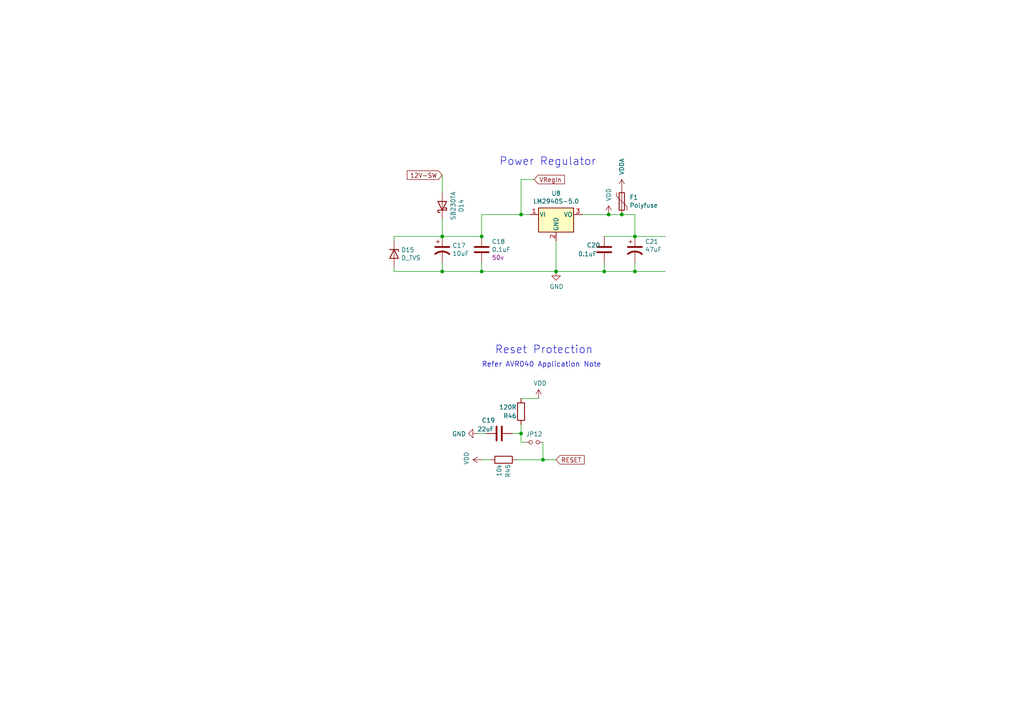
<source format=kicad_sch>
(kicad_sch (version 20231120) (generator "eeschema") (generator_version "8.0")
  (paper "A4")
  (title_block (title "0.4") (date "2021-03-27") (rev "4d") (company "Speeduino"))
  (lib_symbols
    (symbol "Device:C" (pin_numbers hide) (pin_names (offset 0.254))
      (property "Reference" "C" (at 0.635 2.54 0))
      (property "Value" "C" (at 0.635 -2.54 0))
      (symbol "C_0_1"
        (polyline (pts (xy -2.032 -0.762) (xy 2.032 -0.762)) (stroke (width 0.508)))
        (polyline (pts (xy -2.032 0.762) (xy 2.032 0.762)) (stroke (width 0.508)))
      )
      (symbol "C_1_1"
        (pin passive line (at 0 3.81 270) (length 2.794) (name "~") (number "1"))
        (pin passive line (at 0 -3.81 90) (length 2.794) (name "~") (number "2"))
      )
    )
    (symbol "Device:D_Schottky" (pin_numbers hide) (pin_names (offset 1.016) hide)
      (property "Reference" "D" (at 0 2.54 0))
      (property "Value" "D_Schottky" (at 0 -2.54 0))
      (symbol "D_Schottky_0_1"
        (polyline (pts (xy 1.27 0) (xy -1.27 0)))
        (polyline (pts (xy 1.27 1.27) (xy 1.27 -1.27) (xy -1.27 0) (xy 1.27 1.27)) (stroke (width 0.254)))
        (polyline (pts (xy -1.905 0.635) (xy -1.905 1.27) (xy -1.27 1.27) (xy -1.27 -1.27) (xy -0.635 -1.27) (xy -0.635 -0.635)) (stroke (width 0.254)))
      )
      (symbol "D_Schottky_1_1"
        (pin passive line (at -3.81 0 0) (length 2.54) (name "K") (number "1"))
        (pin passive line (at 3.81 0 180) (length 2.54) (name "A") (number "2"))
      )
    )
    (symbol "Device:D_Zener" (pin_numbers hide) (pin_names (offset 1.016) hide)
      (property "Reference" "D" (at 0 2.54 0))
      (property "Value" "D_Zener" (at 0 -2.54 0))
      (symbol "D_Zener_0_1"
        (polyline (pts (xy 1.27 0) (xy -1.27 0)))
        (polyline (pts (xy -1.27 -1.27) (xy -1.27 1.27) (xy -0.762 1.27)) (stroke (width 0.254)))
        (polyline (pts (xy 1.27 -1.27) (xy 1.27 1.27) (xy -1.27 0) (xy 1.27 -1.27)) (stroke (width 0.254)))
      )
      (symbol "D_Zener_1_1"
        (pin passive line (at -3.81 0 0) (length 2.54) (name "K") (number "1"))
        (pin passive line (at 3.81 0 180) (length 2.54) (name "A") (number "2"))
      )
    )
    (symbol "Device:Polyfuse" (pin_numbers hide) (pin_names (offset 0))
      (property "Reference" "F" (at -2.54 0 90))
      (property "Value" "Polyfuse" (at 2.54 0 90))
      (symbol "Polyfuse_0_1"
        (rectangle (start -0.762 2.54) (end 0.762 -2.54) (stroke (width 0.254)))
        (polyline (pts (xy 0 2.54) (xy 0 -2.54)))
        (polyline (pts (xy -1.524 2.54) (xy -1.524 1.524) (xy 1.524 -1.524) (xy 1.524 -2.54)))
      )
      (symbol "Polyfuse_1_1"
        (pin passive line (at 0 3.81 270) (length 1.27) (name "~") (number "1"))
        (pin passive line (at 0 -3.81 90) (length 1.27) (name "~") (number "2"))
      )
    )
    (symbol "Device:R" (pin_numbers hide) (pin_names (offset 0))
      (property "Reference" "R" (at 2.032 0 90))
      (property "Value" "R" (at 0 0 90))
      (symbol "R_0_1"
        (rectangle (start -1.016 -2.54) (end 1.016 2.54) (stroke (width 0.254)))
      )
      (symbol "R_1_1"
        (pin passive line (at 0 3.81 270) (length 1.27) (name "~") (number "1"))
        (pin passive line (at 0 -3.81 90) (length 1.27) (name "~") (number "2"))
      )
    )
    (symbol "Regulator_Linear:LM2937xS" (pin_names (offset 0.254))
      (property "Reference" "U" (at -3.81 3.175 0))
      (property "Value" "LM2937xS" (at 0 3.175 0))
      (symbol "LM2937xS_0_1"
        (rectangle (start -5.08 -5.08) (end 5.08 1.905) (stroke (width 0.254)) (fill (type background)))
      )
      (symbol "LM2937xS_1_1"
        (pin power_in line (at -7.62 0 0) (length 2.54) (name "VI") (number "1"))
        (pin power_in line (at 0 -7.62 90) (length 2.54) (name "GND") (number "2"))
        (pin power_out line (at 7.62 0 180) (length 2.54) (name "VO") (number "3"))
      )
    )
    (symbol "v0.4.3d-rescue:CP1-Device" (pin_numbers hide) (pin_names (offset 0.254) hide)
      (property "Reference" "C" (at 0.635 2.54 0))
      (property "Value" "Device_CP1" (at 0.635 -2.54 0))
      (symbol "CP1-Device_0_1"
        (polyline (pts (xy -2.032 0.762) (xy 2.032 0.762)) (stroke (width 0.508)))
        (polyline (pts (xy -1.778 2.286) (xy -0.762 2.286)))
        (polyline (pts (xy -1.27 1.778) (xy -1.27 2.794)))
        (arc (start 2.032 -1.27) (mid 0 -0.5572) (end -2.032 -1.27) (stroke (width 0.508)))
      )
      (symbol "CP1-Device_1_1"
        (pin passive line (at 0 3.81 270) (length 2.794) (name "~") (number "1"))
        (pin passive line (at 0 -3.81 90) (length 3.302) (name "~") (number "2"))
      )
    )
    (symbol "v0.4.3d-rescue:GND-power" (power) (pin_names (offset 0))
      (property "Value" "power_GND" (at 0 -3.81 0))
      (symbol "GND-power_0_1"
        (polyline (pts (xy 0 0) (xy 0 -1.27) (xy 1.27 -1.27) (xy 0 -2.54) (xy -1.27 -1.27) (xy 0 -1.27)))
      )
      (symbol "GND-power_1_1"
        (pin power_in line (at 0 0 270) (length 0) hide (name "GND") (number "1"))
      )
    )
    (symbol "v0.4.3d-rescue:Jumper_NO_Small-Device" (pin_numbers hide) (pin_names (offset 0.762) hide)
      (property "Reference" "JP" (at 0 2.032 0))
      (property "Value" "Device_Jumper_NO_Small" (at 0.254 -1.524 0))
      (symbol "Jumper_NO_Small-Device_0_1"
        (circle (center -1.016 0) (radius 0.508))
        (circle (center 1.016 0) (radius 0.508))
        (pin passive line (at -2.54 0 0) (length 1.016) (name "1") (number "1"))
        (pin passive line (at 2.54 0 180) (length 1.016) (name "2") (number "2"))
      )
    )
    (symbol "v0.4.3d-rescue:VDD-power" (power) (pin_names (offset 0))
      (property "Value" "power_VDD" (at 0 3.81 0))
      (symbol "VDD-power_0_1"
        (polyline (pts (xy -0.762 1.27) (xy 0 2.54)))
        (polyline (pts (xy 0 0) (xy 0 2.54)))
        (polyline (pts (xy 0 2.54) (xy 0.762 1.27)))
      )
      (symbol "VDD-power_1_1"
        (pin power_in line (at 0 0 90) (length 0) hide (name "VDD") (number "1"))
      )
    )
    (symbol "v0.4.3d-rescue:VDDA-power" (power) (pin_names (offset 0))
      (property "Value" "power_VDDA" (at 0 3.81 0))
      (symbol "VDDA-power_0_1"
        (polyline (pts (xy -0.762 1.27) (xy 0 2.54)))
        (polyline (pts (xy 0 0) (xy 0 2.54)))
        (polyline (pts (xy 0 2.54) (xy 0.762 1.27)))
      )
      (symbol "VDDA-power_1_1"
        (pin power_in line (at 0 0 90) (length 0) hide (name "VDDA") (number "1"))
      )
    )
  )
  (junction (at 175.26 78.74))
  (junction (at 157.48 133.35))
  (junction (at 180.34 62.23))
  (junction (at 128.27 68.58))
  (junction (at 139.7 78.74))
  (junction (at 151.13 62.23))
  (junction (at 176.53 62.23))
  (junction (at 184.15 78.74))
  (junction (at 128.27 78.74))
  (junction (at 184.15 68.58))
  (junction (at 161.29 78.74))
  (junction (at 151.13 125.73))
  (junction (at 139.7 68.58))
  (wire (pts (xy 139.7 76.2) (xy 139.7 78.74)))
  (wire (pts (xy 114.3 78.74) (xy 114.3 77.47)))
  (wire (pts (xy 151.13 52.07) (xy 151.13 62.23)))
  (wire (pts (xy 168.91 62.23) (xy 176.53 62.23)))
  (wire (pts (xy 149.86 133.35) (xy 157.48 133.35)))
  (wire (pts (xy 161.29 69.85) (xy 161.29 78.74)))
  (wire (pts (xy 180.34 62.23) (xy 184.15 62.23)))
  (wire (pts (xy 128.27 50.8) (xy 128.27 55.88)))
  (wire (pts (xy 128.27 76.2) (xy 128.27 78.74)))
  (wire (pts (xy 139.7 78.74) (xy 161.29 78.74)))
  (wire (pts (xy 157.48 133.35) (xy 161.29 133.35)))
  (wire (pts (xy 151.13 125.73) (xy 151.13 123.19)))
  (wire (pts (xy 114.3 68.58) (xy 114.3 69.85)))
  (wire (pts (xy 151.13 128.27) (xy 151.13 125.73)))
  (wire (pts (xy 139.7 68.58) (xy 139.7 62.23)))
  (wire (pts (xy 175.26 76.2) (xy 175.26 78.74)))
  (wire (pts (xy 128.27 78.74) (xy 139.7 78.74)))
  (wire (pts (xy 184.15 78.74) (xy 175.26 78.74)))
  (wire (pts (xy 151.13 115.57) (xy 156.21 115.57)))
  (wire (pts (xy 139.7 133.35) (xy 142.24 133.35)))
  (wire (pts (xy 128.27 68.58) (xy 139.7 68.58)))
  (wire (pts (xy 154.94 52.07) (xy 151.13 52.07)))
  (wire (pts (xy 139.7 62.23) (xy 151.13 62.23)))
  (wire (pts (xy 114.3 68.58) (xy 128.27 68.58)))
  (wire (pts (xy 193.04 78.74) (xy 184.15 78.74)))
  (wire (pts (xy 176.53 62.23) (xy 180.34 62.23)))
  (wire (pts (xy 184.15 76.2) (xy 184.15 78.74)))
  (wire (pts (xy 175.26 68.58) (xy 184.15 68.58)))
  (wire (pts (xy 184.15 62.23) (xy 184.15 68.58)))
  (wire (pts (xy 114.3 78.74) (xy 128.27 78.74)))
  (wire (pts (xy 193.04 68.58) (xy 184.15 68.58)))
  (wire (pts (xy 138.43 125.73) (xy 140.97 125.73)))
  (wire (pts (xy 151.13 128.27) (xy 152.4 128.27)))
  (wire (pts (xy 148.59 125.73) (xy 151.13 125.73)))
  (wire (pts (xy 153.67 62.23) (xy 151.13 62.23)))
  (wire (pts (xy 175.26 78.74) (xy 161.29 78.74)))
  (wire (pts (xy 128.27 63.5) (xy 128.27 68.58)))
  (wire (pts (xy 157.48 128.27) (xy 157.48 133.35)))
  (text "Refer AVR040 Application Note" (at 139.7 106.68 0) (effects (font (size 1.4732 1.4732)) (justify left bottom)))
  (text "Reset Protection" (at 143.51 102.87 0) (effects (font (size 2.2606 2.2606)) (justify left bottom)))
  (text "Power Regulator" (at 144.78 48.26 0) (effects (font (size 2.2606 2.2606)) (justify left bottom)))
  (global_label "12V-SW" (shape input) (at 128.27 50.8 180) (property "Intersheetrefs" "${INTERSHEET_REFS}" (effects (hide yes))))
  (global_label "VRegIn" (shape input) (at 154.94 52.07 0) (property "Intersheetrefs" "${INTERSHEET_REFS}" (effects (hide yes))))
  (global_label "RESET" (shape input) (at 161.29 133.35 0) (property "Intersheetrefs" "${INTERSHEET_REFS}" (effects (hide yes))))
  (symbol (lib_id "Device:C") (at 139.7 72.39 0) (unit 1)
    (property "Reference" "C18" (at 142.621 70.0786 0) (effects (justify left)))
    (property "Value" "0.1uF" (at 142.621 72.39 0) (effects (justify left)))
    (property "Footprint" "Capacitor_THT:C_Disc_D5.0mm_W2.5mm_P2.50mm" (effects (hide yes)))
    (property "Voltage" "50v" (at 142.621 74.7014 0) (effects (justify left)))
    (property "Digikey Part Number" "445-180563-1-ND" (effects (hide yes)))
    (property "Manufacturer_Name" "TDK" (effects (hide yes)))
    (property "Manufacturer_Part_Number" "FA18X8R1E104KNU06" (effects (hide yes)))
    (property "URL" "https://www.digikey.com.au/product-detail/en/tdk-corporation/FA18X8R1E104KNU06/445-180563-1-ND/9560689" (effects (hide yes)))
  )
  (symbol (lib_id "v0.4.3d-rescue:CP1-Device") (at 128.27 72.39 0) (unit 1)
    (property "Reference" "C17" (at 131.191 71.2216 0) (effects (justify left)))
    (property "Value" "10uF" (at 131.191 73.533 0) (effects (justify left)))
    (property "Footprint" "Capacitor_THT:CP_Radial_D5.0mm_P2.00mm" (effects (hide yes)))
    (property "Voltage" "50v" (effects (hide yes)))
    (property "Digikey Part Number" "P10316-ND" (effects (hide yes)))
    (property "Manufacturer_Name" "Panasonic" (effects (hide yes)))
    (property "Manufacturer_Part_Number" "EEU-FC1H100L" (effects (hide yes)))
    (property "URL" "https://www.digikey.com.au/product-detail/en/panasonic-electronic-components/EEU-FC1H100L/P10316-ND/266325" (effects (hide yes)))
  )
  (symbol (lib_id "Device:D_Schottky") (at 128.27 59.69 90) (unit 1)
    (property "Reference" "D14" (at 133.7564 59.69 0))
    (property "Value" "SB230TA" (at 131.445 59.69 0))
    (property "Footprint" "Diode_THT:D_DO-41_SOD81_P7.62mm_Horizontal" (effects (hide yes)))
    (property "Datasheet" "https://www.mouser.com/datasheet/2/115/ds13002-60388.pdf" (effects (hide yes)))
    (property "Digikey Part Number" "1655-1518-1-ND" (effects (hide yes)))
    (property "Manufacturer_Name" "SMC" (effects (hide yes)))
    (property "Manufacturer_Part_Number" "SB230TA" (effects (hide yes)))
    (property "URL" "https://www.digikey.com.au/product-detail/en/smc-diode-solutions/SB230TA/1655-1518-1-ND/6022963" (effects (hide yes)))
  )
  (symbol (lib_id "v0.4.3d-rescue:VDD-power") (at 176.53 62.23 0) (unit 1)
    (property "Reference" "#PWR047" (effects (hide yes)))
    (property "Value" "VDD" (at 176.53 58.42 90) (effects (justify left)))
  )
  (symbol (lib_id "Device:C") (at 175.26 72.39 0) (unit 1)
    (property "Reference" "C20" (at 170.18 71.12 0) (effects (justify left)))
    (property "Value" "0.1uF" (at 167.64 73.66 0) (effects (justify left)))
    (property "Footprint" "Capacitor_THT:C_Disc_D5.0mm_W2.5mm_P2.50mm" (effects (hide yes)))
    (property "Digikey Part Number" "445-180563-1-ND" (effects (hide yes)))
    (property "Manufacturer_Name" "TDK" (effects (hide yes)))
    (property "Manufacturer_Part_Number" "FA18X8R1E104KNU06" (effects (hide yes)))
    (property "URL" "https://www.digikey.com.au/product-detail/en/tdk-corporation/FA18X8R1E104KNU06/445-180563-1-ND/9560689" (effects (hide yes)))
  )
  (symbol (lib_id "v0.4.3d-rescue:CP1-Device") (at 184.15 72.39 0) (unit 1)
    (property "Reference" "C21" (at 187.071 70.0786 0) (effects (justify left)))
    (property "Value" "47uF" (at 187.071 72.39 0) (effects (justify left)))
    (property "Footprint" "Capacitor_THT:CP_Radial_D8.0mm_P5.00mm" (effects (hide yes)))
    (property "Digikey Part Number" "P19658CT-ND" (effects (hide yes)))
    (property "Manufacturer_Name" "Panasonic" (effects (hide yes)))
    (property "Manufacturer_Part_Number" "EEU-FC1H470B" (effects (hide yes)))
  )
  (symbol (lib_id "v0.4.3d-rescue:GND-power") (at 161.29 78.74 0) (unit 1)
    (property "Reference" "#PWR046" (effects (hide yes)))
    (property "Value" "GND" (at 161.417 83.1342 0))
  )
  (symbol (lib_id "Device:R") (at 146.05 133.35 270) (unit 1)
    (property "Reference" "R45" (at 147.32 134.62 0) (effects (justify left)))
    (property "Value" "10k" (at 144.78 134.62 0) (effects (justify left)))
    (property "Footprint" "Resistor_THT:R_Axial_DIN0204_L3.6mm_D1.6mm_P5.08mm_Horizontal" (effects (hide yes)))
    (property "Digikey Part Number" "BC10.0KXCT-ND" (effects (hide yes)))
    (property "Manufacturer_Name" "Vishay" (effects (hide yes)))
    (property "Manufacturer_Part_Number" "MBA02040C1002FRP00" (effects (hide yes)))
    (property "URL" "https://www.digikey.com.au/product-detail/en/vishay-beyschlag-draloric-bc-components/MBA02040C1002FRP00/BC10-0KXCT-ND/336866" (effects (hide yes)))
  )
  (symbol (lib_id "v0.4.3d-rescue:VDD-power") (at 139.7 133.35 90) (unit 1)
    (property "Reference" "#PWR044" (effects (hide yes)))
    (property "Value" "VDD" (at 135.3058 132.9182 0))
  )
  (symbol (lib_id "Device:C") (at 144.78 125.73 270) (unit 1)
    (property "Reference" "C19" (at 139.7 121.92 90) (effects (justify left)))
    (property "Value" "22uF" (at 138.43 124.46 90) (effects (justify left)))
    (property "Footprint" "Capacitor_THT:C_Disc_D7.5mm_W5.0mm_P5.00mm" (effects (hide yes)))
    (property "Digikey Part Number" "445-180603-1-ND" (effects (hide yes)))
    (property "Manufacturer_Name" "TDK" (effects (hide yes)))
    (property "Manufacturer_Part_Number" "FA22X7R1E226MRU06" (effects (hide yes)))
  )
  (symbol (lib_id "Device:R") (at 151.13 119.38 180) (unit 1)
    (property "Reference" "R46" (at 149.86 120.65 0) (effects (justify left)))
    (property "Value" "120R" (at 149.86 118.11 0) (effects (justify left)))
    (property "Footprint" "Resistor_THT:R_Axial_DIN0204_L3.6mm_D1.6mm_P5.08mm_Horizontal" (effects (hide yes)))
    (property "Digikey Part Number" "BC3453CT-ND" (effects (hide yes)))
    (property "Manufacturer_Name" "Vishay" (effects (hide yes)))
    (property "Manufacturer_Part_Number" "MBA02040C1200FC100" (effects (hide yes)))
  )
  (symbol (lib_id "v0.4.3d-rescue:VDD-power") (at 156.21 115.57 0) (unit 1)
    (property "Reference" "#PWR045" (effects (hide yes)))
    (property "Value" "VDD" (at 156.6418 111.1758 0))
  )
  (symbol (lib_id "v0.4.3d-rescue:GND-power") (at 138.43 125.73 270) (unit 1)
    (property "Reference" "#PWR043" (effects (hide yes)))
    (property "Value" "GND" (at 135.1788 125.857 90) (effects (justify right)))
  )
  (symbol (lib_id "Regulator_Linear:LM2937xS") (at 161.29 62.23 0) (unit 1)
    (property "Reference" "U8" (at 161.29 56.0832 0))
    (property "Value" "LM2940S-5.0" (at 161.29 58.3946 0))
    (property "Footprint" "Package_TO_SOT_THT:TO-220-3_Horizontal_TabDown" (effects (hide yes)))
    (property "Digikey Part Number" "NCV7805BTGOS-ND" (effects (hide yes)))
    (property "Manufacturer_Name" "ON Semi" (effects (hide yes)))
    (property "Manufacturer_Part_Number" "NCV7805BTG" (effects (hide yes)))
    (property "URL" "https://www.digikey.com.au/product-detail/en/on-semiconductor/NCV7805BTG/NCV7805BTGOS-ND/921437" (effects (hide yes)))
  )
  (symbol (lib_id "v0.4.3d-rescue:VDDA-power") (at 180.34 54.61 0) (unit 1)
    (property "Reference" "#PWR0108" (effects (hide yes)))
    (property "Value" "VDDA" (at 180.34 50.8 90) (effects (justify left)))
  )
  (symbol (lib_id "Device:Polyfuse") (at 180.34 58.42 0) (unit 1)
    (property "Reference" "F1" (at 182.5752 57.2516 0) (effects (justify left)))
    (property "Value" "Polyfuse" (at 182.5752 59.563 0) (effects (justify left)))
    (property "Footprint" "Fuse:Fuse_BelFuse_0ZRE0055FF_L14.0mm_W4.1mm" (effects (hide yes)))
    (property "Digikey Part Number" "507-2403-ND" (effects (hide yes)))
    (property "Manufacturer_Name" "Bel Fuse" (effects (hide yes)))
    (property "Manufacturer_Part_Number" "0ZRP0050FF1E" (effects (hide yes)))
    (property "URL" "https://www.digikey.com.au/product-detail/en/bel-fuse-inc/0ZRP0050FF1E/507-2403-ND/9468252" (effects (hide yes)))
  )
  (symbol (lib_id "Device:D_Zener") (at 114.3 73.66 270) (unit 1)
    (property "Reference" "D15" (at 116.3066 72.4916 90) (effects (justify left)))
    (property "Value" "D_TVS" (at 116.3066 74.803 90) (effects (justify left)))
    (property "Footprint" "Diode_THT:D_DO-15_P12.70mm_Horizontal" (effects (hide yes)))
    (property "Digikey Part Number" "F6853CT-ND" (effects (hide yes)))
    (property "Manufacturer_Name" "Littelfuse" (effects (hide yes)))
    (property "Manufacturer_Part_Number" "TP6KE47A" (effects (hide yes)))
  )
  (symbol (lib_id "v0.4.3d-rescue:Jumper_NO_Small-Device") (at 154.94 128.27 0) (unit 1)
    (property "Reference" "JP12" (at 154.94 125.9078 0))
    (property "Value" "Jumper_NO_Small" (effects (hide yes)))
    (property "Footprint" "Connector_PinHeader_2.54mm:PinHeader_1x02_P2.54mm_Vertical" (effects (hide yes)))
  )
)
</source>
